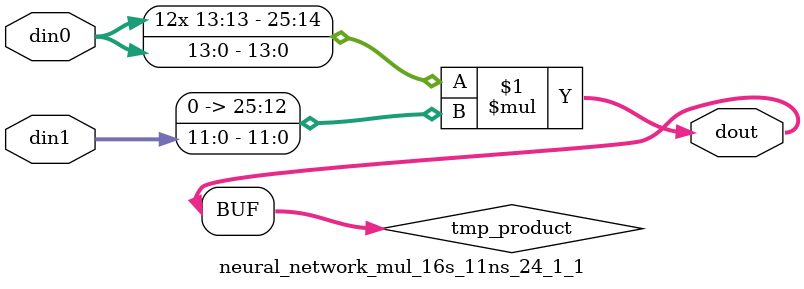
<source format=v>

`timescale 1 ns / 1 ps

  module neural_network_mul_16s_11ns_24_1_1(din0, din1, dout);
parameter ID = 1;
parameter NUM_STAGE = 0;
parameter din0_WIDTH = 14;
parameter din1_WIDTH = 12;
parameter dout_WIDTH = 26;

input [din0_WIDTH - 1 : 0] din0; 
input [din1_WIDTH - 1 : 0] din1; 
output [dout_WIDTH - 1 : 0] dout;

wire signed [dout_WIDTH - 1 : 0] tmp_product;












assign tmp_product = $signed(din0) * $signed({1'b0, din1});









assign dout = tmp_product;







endmodule

</source>
